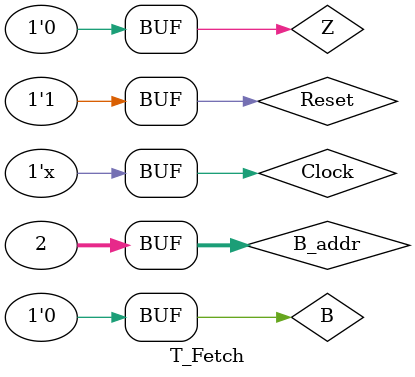
<source format=v>
`timescale 1ns / 1ps


module T_Fetch;

	// Inputs
	reg B;
	reg Z;
	reg Reset;
	reg Clock;
	reg [31:0] B_addr;

	// Outputs
	wire [31:0] addr;

	// Instantiate the Unit Under Test (UUT)
	Fetch uut (
		.B(B), 
		.Z(Z), 
		.Reset(Reset), 
		.Clock(Clock), 
		.B_addr(B_addr), 
		.addr(addr)
	);

	initial begin
		// Initialize Inputs
		B = 0;
		Z = 0;
		Reset = 0;
		Clock = 0;
		B_addr = 0;

		// Wait 100 ns for global reset to finish
		#200;
		Reset=1;
        
		// Add stimulus here
		
		#600;
		B=1;Z=1;
		B_addr=32'h00000002;
		
		#200;
		B=0;Z=0;
		

	end
	
	always #100 Clock=~Clock;
      
endmodule


</source>
